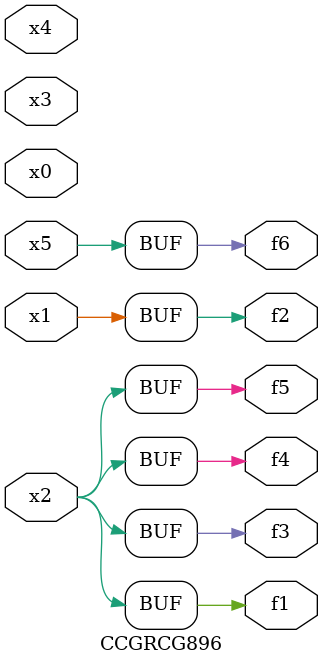
<source format=v>
module CCGRCG896(
	input x0, x1, x2, x3, x4, x5,
	output f1, f2, f3, f4, f5, f6
);
	assign f1 = x2;
	assign f2 = x1;
	assign f3 = x2;
	assign f4 = x2;
	assign f5 = x2;
	assign f6 = x5;
endmodule

</source>
